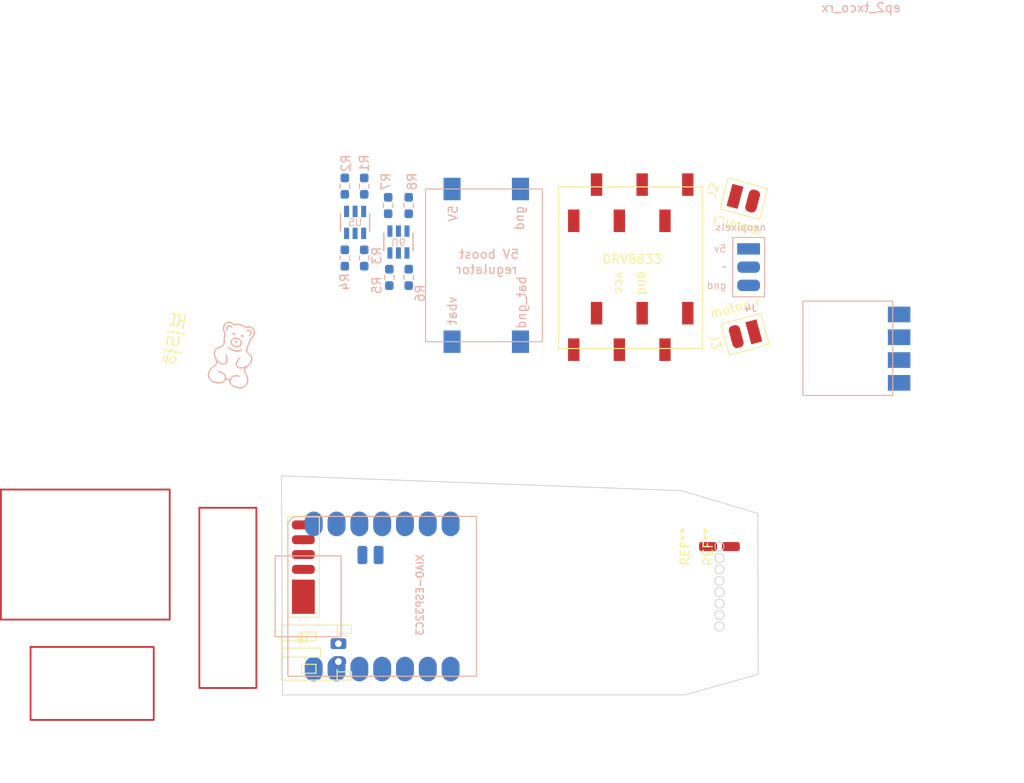
<source format=kicad_pcb>
(kicad_pcb (version 20211014) (generator pcbnew)
  (layers (0 "F.Cu" signal) (31 "B.Cu" signal) (34 "B.Paste" user) (35 "F.Paste" user) (36 "B.SilkS" user "B.Silkscreen") (37 "F.SilkS" user "F.Silkscreen") (38 "B.Mask" user) (39 "F.Mask" user) (44 "Edge.Cuts" user))
  (net 0 "")
  (net 1 "GND")
  (net 2 "motor2_out1")
  (net 3 "motor2_out2")
  (net 4 "motor1_out1")
  (net 5 "motor1_out2")
  (net 6 "+BATT")
  (net 7 "NEOPIXEL_DATA")
  (net 10 "motor2_2")
  (net 11 "motor2_1")
  (net 12 "motor1_2")
  (net 13 "motor1_1")
  (net 14 "XIAO_TX")
  (net 15 "XIAO_RX")
  (net 16 "nood1_2_sig")
  (net 17 "nood1_1_sig")
  (net 18 "nood1_2_v")
  (net 19 "nood1_1_v")
  (net 20 "nood2_2_sig")
  (net 21 "nood2_1_sig")
  (net 22 "nood2_2_v")
  (net 23 "nood2_1_v")
  (net 25 "+5V")
  (net 26 "+3V3")
  (net 27 "Net-(R1-Pad2)")
  (net 28 "Net-(R2-Pad2)")
  (net 29 "Net-(R3-Pad1)")
  (net 30 "Net-(R4-Pad1)")
  (net 31 "Net-(R5-Pad2)")
  (net 32 "Net-(R6-Pad2)")
  (net 33 "Net-(R7-Pad1)")
  (net 34 "Net-(R8-Pad1)")
  (footprint "Connector_Wire:SolderWirePad_1x01_SMD_1x2mm" (layer "F.Cu") (at 129.54 77.47 90)
    (fp_text reference "REF**" (at 0 -2.54 90) (layer "F.SilkS"))
    (fp_text value "SolderWirePad_1x01_SMD_1x2mm")
    (pad "1" smd roundrect (at 0 0 90) (size 1 2) (layers "F.Cu" "F.Paste" "F.Mask"))
  )
  (footprint "haribo_kimchi_boards:smd_solder_pads_1x05_n00ds_v2_smaller" (layer "F.Cu") (at 81.9404 87.122 180)
    (fp_text reference "J5" (at 0 -0.5 180 unlocked) (layer "F.SilkS"))
    (fp_text value "n00ds")
    (fp_rect (start -1.778 1.778) (end 1.778 12.954) (layer "F.SilkS") (width 0.12) (fill none))
    (pad "1" smd rect (at 0 4.064) (size 2.54 3.81) (layers "F.Cu" "F.Paste" "F.Mask") (net 26 "+3V3"))
    (pad "2" smd roundrect (at 0 7.112 180) (size 2.54 1) (layers "F.Cu" "F.Paste" "F.Mask") (roundrect_rratio 0.3937007874) (net 19 "nood1_1_v"))
    (pad "3" smd roundrect (at 0 8.763 180) (size 2.54 1) (layers "F.Cu" "F.Paste" "F.Mask") (roundrect_rratio 0.3937007874) (net 18 "nood1_2_v"))
    (pad "4" smd roundrect (at 0 10.414 180) (size 2.54 1) (layers "F.Cu" "F.Paste" "F.Mask") (roundrect_rratio 0.3937007874) (net 23 "nood2_1_v"))
    (pad "5" smd roundrect (at 0 12.065 180) (size 2.54 1) (layers "F.Cu" "F.Paste" "F.Mask") (roundrect_rratio 0.3937007874) (net 22 "nood2_2_v"))
  )
  (footprint "haribo_kimchi_boards:smd_solder_pads_1x02_2.54mm" (layer "F.Cu") (at 128.041386 37.94612 75)
    (fp_text reference "J2" (at 0 -0.5 75 unlocked) (layer "F.SilkS"))
    (fp_text value "motor_l" (at -3.175 3.08 165 unlocked) (layer "F.SilkS"))
    (fp_rect (start -1.778 0.762) (end 1.778 5.334) (layer "F.SilkS") (width 0.12) (fill none))
    (pad "1" smd rect (at 0 2.032 75) (size 2.54 1.27) (layers "F.Cu" "F.Paste" "F.Mask") (net 2 "motor2_out1"))
    (pad "2" smd roundrect (at 0 4.064 75) (size 2.54 1.27) (layers "F.Cu" "F.Paste" "F.Mask") (roundrect_rratio 0.3937007874) (net 3 "motor2_out2"))
  )
  (footprint "haribo_kimchi_boards:smd_solder_pads_1x02_2.54mm" (layer "F.Cu") (at 134.0612 53.0352 -75)
    (fp_text reference "J3" (at 0 6.509 -75 unlocked) (layer "F.SilkS"))
    (fp_text value "motor_r" (at -3.175 3.334 15 unlocked) (layer "F.SilkS"))
    (fp_rect (start -1.778 0.762) (end 1.778 5.334) (layer "F.SilkS") (width 0.12) (fill none))
    (pad "1" smd rect (at 0 2.032 285) (size 2.54 1.27) (layers "F.Cu" "F.Paste" "F.Mask") (net 4 "motor1_out1"))
    (pad "2" smd roundrect (at 0 4.064 285) (size 2.54 1.27) (layers "F.Cu" "F.Paste" "F.Mask") (roundrect_rratio 0.3937007874) (net 5 "motor1_out2"))
  )
  (footprint "haribo_kimchi_pcbgfx:haribo_in_korean_3.2mm" (layer "F.Cu") (at 67.662772 54.308038 80)
    (fp_text reference "haribo_korean" hide)
    (fp_text value "LOGO" hide)
    (fp_poly (pts (xy 0.139283 -0.151944) (xy -0.645762 -0.151944) (xy -0.645762 0.345835) (xy -0.370364 0.337149) (xy -0.187689 0.330133) (xy -0.024243 0.321257) (xy 0.118279 0.310638) (xy 0.238183 0.298396) (xy 0.29612 0.290683) (xy 0.340142 0.284999) (xy 0.373233 0.282267) (xy 0.388527 0.283044) (xy 0.388697 0.28318) (xy 0.392867 0.297755) (xy 0.397904 0.329582) (xy 0.401221 0.357771) (xy 0.408364 0.426982) (xy 0.289651 0.441794) (xy 0.190026 0.453597) (xy 0.096337 0.46319) (xy 0.003328 0.47091) (xy -0.094257 0.47709) (xy -0.201672 0.482068) (xy -0.324173 0.486178) (xy -0.458998 0.489577) (xy -0.823031 0.497724) (xy -0.823031 -0.303888) (xy -0.037986 -0.303888) (xy -0.037986 -0.734397) (xy -0.835693 -0.734397) (xy -0.835693 -0.886341) (xy 0.139283 -0.886341)) (layer "F.SilkS") (width 0) (fill solid))
    (fp_poly (pts (xy 0.759721 0.987637) (xy 0.582453 0.987637) (xy 0.582453 -1.076271) (xy 0.759721 -1.076271)) (layer "F.SilkS") (width 0) (fill solid))
    (fp_poly (pts (xy -1.76002 -0.430508) (xy -2.988235 -0.430508) (xy -2.988235 -0.582452) (xy -1.76002 -0.582452)) (layer "F.SilkS") (width 0) (fill solid))
    (fp_poly (pts (xy 2.662189 -0.934378) (xy 2.753988 -0.930658) (xy 2.753988 0.158275) (xy 2.446935 0.161666) (xy 2.139881 0.165057) (xy 2.139881 0.582453) (xy 2.975574 0.582453) (xy 2.975574 0.734397) (xy 1.114258 0.734397) (xy 1.114258 0.582453) (xy 1.949951 0.582453) (xy 1.949951 0.164606) (xy 1.342174 0.164606) (xy 1.342174 0.012662) (xy 1.519442 0.012662) (xy 2.570389 0.012662) (xy 2.570389 -0.405184) (xy 1.519442 -0.405184) (xy 1.519442 0.012662) (xy 1.342174 0.012662) (xy 1.342174 -0.936989) (xy 1.519442 -0.936989) (xy 1.519442 -0.557128) (xy 2.570389 -0.557128) (xy 2.570389 -0.938098)) (layer "F.SilkS") (width 0) (fill solid))
    (fp_poly (pts (xy -2.29006 -0.291827) (xy -2.18387 -0.267207) (xy -2.086496 -0.222308) (xy -2.031455 -0.183623) (xy -1.967089 -0.115507) (xy -1.922148 -0.035405) (xy -1.896633 0.052423) (xy -1.890543 0.143716) (xy -1.903879 0.234215) (xy -1.936641 0.319659) (xy -1.988828 0.395788) (xy -2.031455 0.436863) (xy -2.114324 0.491714) (xy -2.208632 0.528327) (xy -2.279238 0.543597) (xy -2.326753 0.551) (xy -2.36064 0.554451) (xy -2.391093 0.553911) (xy -2.428305 0.549343) (xy -2.469092 0.542875) (xy -2.519283 0.530671) (xy -2.576768 0.510842) (xy -2.616258 0.493708) (xy -2.700177 0.440228) (xy -2.7654 0.37319) (xy -2.811924 0.29601) (xy -2.839744 0.2121) (xy -2.84861 0.127224) (xy -2.671984 0.127224) (xy -2.660913 0.197336) (xy -2.630532 0.26337) (xy -2.581791 0.321727) (xy -2.515645 0.368804) (xy -2.456512 0.394113) (xy -2.410609 0.401322) (xy -2.351709 0.400104) (xy -2.290285 0.391547) (xy -2.23681 0.376739) (xy -2.220612 0.369627) (xy -2.153991 0.322893) (xy -2.105904 0.26272) (xy -2.077245 0.193459) (xy -2.068907 0.119463) (xy -2.081786 0.045085) (xy -2.116777 -0.025324) (xy -2.134678 -0.048535) (xy -2.19288 -0.098101) (xy -2.264229 -0.130293) (xy -2.343181 -0.144825) (xy -2.424192 -0.141409) (xy -2.501719 -0.119758) (xy -2.570217 -0.079586) (xy -2.579793 -0.071575) (xy -2.632377 -0.010832) (xy -2.662789 0.056635) (xy -2.671984 0.127224) (xy -2.84861 0.127224) (xy -2.848855 0.124876) (xy -2.839253 0.03775) (xy -2.810933 -0.045862) (xy -2.763892 -0.122548) (xy -2.698124 -0.188893) (xy -2.617205 -0.239763) (xy -2.51116 -0.27853) (xy -2.400635 -0.295743)) (layer "F.SilkS") (width 0) (fill solid))
    (fp_poly (pts (xy -1.380159 -0.202592) (xy -1.050947 -0.202592) (xy -1.050947 -0.050648) (xy -1.380159 -0.050648) (xy -1.380159 0.987637) (xy -1.570089 0.987637) (xy -1.570089 -1.076271) (xy -1.380159 -1.076271)) (layer "F.SilkS") (width 0) (fill solid))
    (fp_poly (pts (xy -2.063908 -0.785045) (xy -2.671685 -0.785045) (xy -2.671685 -0.936989) (xy -2.063908 -0.936989)) (layer "F.SilkS") (width 0) (fill solid))
  )
  (footprint "Connector_JST:JST_PH_S2B-PH-K_1x02_P2.00mm_Horizontal" (layer "F.Cu") (at 85.8382 88.281 -90)
    (fp_text reference "J1" hide)
    (fp_text value "Conn_01x02_Female" hide)
    (fp_line (start 4.06 0.14) (end 3.14 0.14) (layer "F.SilkS") (width 0.12))
    (fp_line (start -2.06 0.14) (end -1.14 0.14) (layer "F.SilkS") (width 0.12))
    (fp_line (start -2.06 6.36) (end 4.06 6.36) (layer "F.SilkS") (width 0.12))
    (fp_line (start 3.3 2.5) (end 3.3 4.1) (layer "F.SilkS") (width 0.12))
    (fp_line (start 3.14 -1.46) (end 3.14 0.14) (layer "F.SilkS") (width 0.12))
    (fp_line (start -0.86 0.14) (end -0.86 -1.075) (layer "F.SilkS") (width 0.12))
    (fp_line (start -0.86 0.14) (end -1.14 0.14) (layer "F.SilkS") (width 0.12))
    (fp_line (start -1.14 0.14) (end -1.14 -1.46) (layer "F.SilkS") (width 0.12))
    (fp_line (start 2.3 4.1) (end 2.3 2.5) (layer "F.SilkS") (width 0.12))
    (fp_line (start -0.8 4.1) (end -0.8 6.36) (layer "F.SilkS") (width 0.12))
    (fp_line (start -0.3 2.5) (end -1.3 2.5) (layer "F.SilkS") (width 0.12))
    (fp_line (start 4.06 6.36) (end 4.06 -1.46) (layer "F.SilkS") (width 0.12))
    (fp_line (start 3.3 4.1) (end 2.3 4.1) (layer "F.SilkS") (width 0.12))
    (fp_line (start -1.3 4.1) (end -0.3 4.1) (layer "F.SilkS") (width 0.12))
    (fp_line (start 0.5 6.36) (end 0.5 2) (layer "F.SilkS") (width 0.12))
    (fp_line (start -1.14 -1.46) (end -2.06 -1.46) (layer "F.SilkS") (width 0.12))
    (fp_line (start -0.3 4.1) (end -0.3 6.36) (layer "F.SilkS") (width 0.12))
    (fp_line (start 0.5 2) (end 1.5 2) (layer "F.SilkS") (width 0.12))
    (fp_line (start -0.3 4.1) (end -0.3 2.5) (layer "F.SilkS") (width 0.12))
    (fp_line (start -1.3 2.5) (end -1.3 4.1) (layer "F.SilkS") (width 0.12))
    (fp_line (start -2.06 -1.46) (end -2.06 6.36) (layer "F.SilkS") (width 0.12))
    (fp_line (start 3.14 0.14) (end 2.86 0.14) (layer "F.SilkS") (width 0.12))
    (fp_line (start 4.06 -1.46) (end 3.14 -1.46) (layer "F.SilkS") (width 0.12))
    (fp_line (start 1.5 2) (end 1.5 6.36) (layer "F.SilkS") (width 0.12))
    (fp_line (start 2.3 2.5) (end 3.3 2.5) (layer "F.SilkS") (width 0.12))
    (pad "1" thru_hole roundrect (at 0 0 270) (size 1.2 1.75) (drill 0.75) (layers *.Cu *.Mask) (roundrect_rratio 0.2083333333) (net 6 "+BATT"))
    (pad "2" thru_hole oval (at 2 0 270) (size 1.2 1.75) (drill 0.75) (layers *.Cu *.Mask) (net 1 "GND"))
  )
  (footprint "haribo_kimchi_boards:drv8833_breakout" (layer "F.Cu") (at 132.3651 47.418 -90)
    (fp_text reference "U2" hide)
    (fp_text value "DRV8833" (at -1.952 13.8045 unlocked) (layer "F.SilkS"))
    (fp_text user "vcc" (at 0.715 15.2015 -90 unlocked) (layer "F.SilkS"))
    (fp_text user "gnd" (at 0.715 12.6615 -90 unlocked) (layer "F.SilkS"))
    (fp_rect (start 8 22) (end -10 6) (layer "F.SilkS") (width 0.12) (fill none))
    (pad "1" smd rect (at -10.254 7.62 270) (size 2.51 1.27) (layers "F.Cu" "F.Paste" "F.Mask"))
    (pad "2" smd rect (at -6.223 10.16 270) (size 2.51 1.27) (layers "F.Cu" "F.Paste" "F.Mask") (net 4 "motor1_out1"))
    (pad "3" smd rect (at -10.254 12.7 270) (size 2.51 1.27) (layers "F.Cu" "F.Paste" "F.Mask") (net 5 "motor1_out2"))
    (pad "4" smd rect (at -6.223 15.24 270) (size 2.51 1.27) (layers "F.Cu" "F.Paste" "F.Mask") (net 2 "motor2_out1"))
    (pad "5" smd rect (at -10.254 17.78 270) (size 2.51 1.27) (layers "F.Cu" "F.Paste" "F.Mask") (net 3 "motor2_out2"))
    (pad "6" smd rect (at -6.223 20.32 270) (size 2.51 1.27) (layers "F.Cu" "F.Paste" "F.Mask"))
    (pad "7" smd rect (at 8.128 20.32 270) (size 2.51 1.27) (layers "F.Cu" "F.Paste" "F.Mask") (net 13 "motor1_1"))
    (pad "8" smd rect (at 4.064 17.78 270) (size 2.51 1.27) (layers "F.Cu" "F.Paste" "F.Mask") (net 12 "motor1_2"))
    (pad "9" smd rect (at 8.128 15.24 270) (size 2.51 1.27) (layers "F.Cu" "F.Paste" "F.Mask") (net 25 "+5V"))
    (pad "10" smd rect (at 4.064 12.7 270) (size 2.51 1.27) (layers "F.Cu" "F.Paste" "F.Mask") (net 1 "GND"))
    (pad "11" smd rect (at 8.128 10.16 270) (size 2.51 1.27) (layers "F.Cu" "F.Paste" "F.Mask") (net 11 "motor2_1"))
    (pad "12" smd rect (at 4.064 7.62 270) (size 2.51 1.27) (layers "F.Cu" "F.Paste" "F.Mask") (net 10 "motor2_2"))
  )
  (footprint "Connector_Wire:SolderWirePad_1x01_SMD_1x2mm" (layer "F.Cu") (at 127 77.47 90)
    (fp_text reference "REF**" (at 0 -2.54 90) (layer "F.SilkS"))
    (fp_text value "SolderWirePad_1x01_SMD_1x2mm")
    (pad "1" smd roundrect (at 0 0 90) (size 1 2) (layers "F.Cu" "F.Paste" "F.Mask"))
  )
  (footprint "haribo_kimchi_extra_footprints:SSOT6_3X1P7_ONS" (layer "B.Cu") (at 92.5256 43.561 90)
    (fp_text reference "U6" (at 0 0 180 unlocked) (layer "B.SilkS") (effects (font (size 0.8 0.8) (thickness 0.1)) (justify mirror)))
    (fp_text value "FMBM5551" hide)
    (fp_line (start -0.9779 -1.6256) (end 0.9779 -1.6256) (layer "B.SilkS") (width 0.1524))
    (fp_line (start 0.9779 1.6256) (end -0.9779 1.6256) (layer "B.SilkS") (width 0.1524))
    (pad "1" smd rect (at -1.2192 0.950001 90) (size 1.27 0.5588) (layers "B.Cu" "B.Paste" "B.Mask") (net 32 "Net-(R6-Pad2)"))
    (pad "2" smd rect (at -1.2192 0 90) (size 1.27 0.5588) (layers "B.Cu" "B.Paste" "B.Mask") (net 1 "GND"))
    (pad "3" smd rect (at -1.2192 -0.950001 90) (size 1.27 0.5588) (layers "B.Cu" "B.Paste" "B.Mask") (net 31 "Net-(R5-Pad2)"))
    (pad "4" smd rect (at 1.2192 -0.950001 90) (size 1.27 0.5588) (layers "B.Cu" "B.Paste" "B.Mask") (net 33 "Net-(R7-Pad1)"))
    (pad "5" smd rect (at 1.2192 0 90) (size 1.27 0.5588) (layers "B.Cu" "B.Paste" "B.Mask") (net 1 "GND"))
    (pad "6" smd rect (at 1.2192 0.950001 90) (size 1.27 0.5588) (layers "B.Cu" "B.Paste" "B.Mask") (net 34 "Net-(R8-Pad1)"))
  )
  (footprint "haribo_kimchi_boards:smd_solder_pads_1x03_2.54mm" (layer "B.Cu") (at 132.2846 48.387 180)
    (fp_text reference "J4" (at 0.516 -2.54 unlocked) (layer "B.SilkS") (effects (font (size 0.8 0.8)) (justify mirror)))
    (fp_text value "neopixels" (at 1.659 6.477 unlocked) (layer "B.SilkS") (effects (font (size 0.8 0.8) (thickness 0.1)) (justify mirror)))
    (fp_text user "5v" (at 3.945 4.064 unlocked) (layer "B.SilkS") (effects (font (size 0.8 0.8) (thickness 0.1)) (justify mirror)))
    (fp_text user "~" (at 3.437 2.032 180 unlocked) (layer "B.SilkS") (effects (font (size 0.8 0.8) (thickness 0.1)) (justify mirror)))
    (fp_text user "gnd" (at 4.326 0 unlocked) (layer "B.SilkS") (effects (font (size 0.8 0.8) (thickness 0.1)) (justify mirror)))
    (fp_rect (start -1.008 5.334) (end 2.548 -1.27) (layer "B.SilkS") (width 0.12) (fill none))
    (pad "1" smd rect (at 0.77 4.064 180) (size 2.54 1.27) (layers "B.Cu" "B.Paste" "B.Mask") (net 25 "+5V"))
    (pad "2" smd roundrect (at 0.77 2.032 180) (size 2.54 1.27) (layers "B.Cu" "B.Paste" "B.Mask") (roundrect_rratio 0.3937007874) (net 7 "NEOPIXEL_DATA"))
    (pad "3" smd roundrect (at 0.77 0 180) (size 2.54 1.27) (layers "B.Cu" "B.Paste" "B.Mask") (roundrect_rratio 0.3937007874) (net 1 "GND"))
  )
  (footprint "Resistor_SMD:R_0603_1608Metric_Pad0.98x0.95mm_HandSolder" (layer "B.Cu") (at 86.5566 45.339 -90)
    (fp_text reference "R4" (at 2.667 0 90) (layer "B.SilkS") (effects (justify mirror)))
    (fp_text value "100" hide)
    (fp_line (start -0.254724 0.5225) (end 0.254724 0.5225) (layer "B.SilkS") (width 0.12))
    (fp_line (start -0.254724 -0.5225) (end 0.254724 -0.5225) (layer "B.SilkS") (width 0.12))
    (pad "1" smd roundrect (at -0.9125 0 270) (size 0.975 0.95) (layers "B.Cu" "B.Paste" "B.Mask") (net 30 "Net-(R4-Pad1)"))
    (pad "2" smd roundrect (at 0.9125 0 270) (size 0.975 0.95) (layers "B.Cu" "B.Paste" "B.Mask") (net 19 "nood1_1_v"))
  )
  (footprint "xiao esp32c3:MOUDLE14P-SMD-2.54-21X17.8MM" (layer "B.Cu") (at 101.21305 74.1118 -90)
    (fp_text reference "U1" hide)
    (fp_text value "XIAO-ESP32C3" (at 8.743 6.29325 90) (layer "B.SilkS") (effects (font (size 0.8 0.8)) (justify mirror)))
    (fp_line (start 17.8 21) (end 0.671541 21) (layer "B.SilkS") (width 0.127))
    (fp_line (start 4.396 15.072) (end 4.396 22.425) (layer "B.SilkS") (width 0.127))
    (fp_line (start 0.671541 21) (end 0 20.3285) (layer "B.SilkS") (width 0.127))
    (fp_line (start 13.395 15.072) (end 4.396 15.072) (layer "B.SilkS") (width 0.127))
    (fp_line (start 0 0) (end 17.8 0) (layer "B.SilkS") (width 0.127))
    (fp_line (start 0 20.3285) (end 0 0) (layer "B.SilkS") (width 0.127))
    (fp_line (start 13.395 22.424) (end 13.395 15.072) (layer "B.SilkS") (width 0.127))
    (fp_line (start 17.8 0) (end 17.8 21) (layer "B.SilkS") (width 0.127))
    (fp_line (start 4.4 22.424) (end 13.395 22.424) (layer "B.SilkS") (width 0.127))
    (pad "1" smd roundrect (at 0.835 18.12 270) (size 2.75 2) (layers "B.Cu" "B.Paste" "B.Mask") (roundrect_rratio 0.5) (net 16 "nood1_2_sig"))
    (pad "2" smd roundrect (at 0.835 15.58 270) (size 2.75 2) (layers "B.Cu" "B.Paste" "B.Mask") (roundrect_rratio 0.5) (net 17 "nood1_1_sig"))
    (pad "3" smd roundrect (at 0.835 13.04 270) (size 2.75 2) (layers "B.Cu" "B.Paste" "B.Mask") (roundrect_rratio 0.5) (net 10 "motor2_2"))
    (pad "4" smd roundrect (at 0.835 10.5 270) (size 2.75 2) (layers "B.Cu" "B.Paste" "B.Mask") (roundrect_rratio 0.5) (net 11 "motor2_1"))
    (pad "5" smd roundrect (at 0.835 7.96 270) (size 2.75 2) (layers "B.Cu" "B.Paste" "B.Mask") (roundrect_rratio 0.5) (net 12 "motor1_2"))
    (pad "6" smd roundrect (at 0.835 5.42 270) (size 2.75 2) (layers "B.Cu" "B.Paste" "B.Mask") (roundrect_rratio 0.5) (net 13 "motor1_1"))
    (pad "7" smd roundrect (at 0.835 2.88 270) (size 2.75 2) (layers "B.Cu" "B.Paste" "B.Mask") (roundrect_rratio 0.5) (net 14 "XIAO_TX"))
    (pad "8" smd roundrect (at 17 2.88 270) (size 2.75 2) (layers "B.Cu" "B.Paste" "B.Mask") (roundrect_rratio 0.5) (net 15 "XIAO_RX"))
    (pad "9" smd roundrect (at 17 5.42 270) (size 2.75 2) (layers "B.Cu" "B.Paste" "B.Mask") (roundrect_rratio 0.5) (net 21 "nood2_1_sig"))
    (pad "10" smd roundrect (at 17 7.96 270) (size 2.75 2) (layers "B.Cu" "B.Paste" "B.Mask") (roundrect_rratio 0.5) (net 7 "NEOPIXEL_DATA"))
    (pad "11" smd roundrect (at 17 10.5 270) (size 2.75 2) (layers "B.Cu" "B.Paste" "B.Mask") (roundrect_rratio 0.5) (net 20 "nood2_2_sig"))
    (pad "12" smd roundrect (at 17 13.04 270) (size 2.75 2) (layers "B.Cu" "B.Paste" "B.Mask") (roundrect_rratio 0.5) (net 26 "+3V3"))
    (pad "13" smd roundrect (at 17 15.58 270) (size 2.75 2) (layers "B.Cu" "B.Paste" "B.Mask") (roundrect_rratio 0.5) (net 1 "GND"))
    (pad "14" smd roundrect (at 17 18.12 270) (size 2.75 2) (layers "B.Cu" "B.Paste" "B.Mask") (roundrect_rratio 0.5))
    (pad "15" smd roundrect (at 4.3 10.9 270) (size 2.032 1.1016) (layers "B.Cu" "B.Paste" "B.Mask") (roundrect_rratio 0.230573711) (net 6 "+BATT"))
    (pad "16" smd roundrect (at 4.3 12.7 270) (size 2.032 1.1016) (layers "B.Cu" "B.Paste" "B.Mask") (roundrect_rratio 0.230573711) (net 1 "GND"))
  )
  (footprint "Resistor_SMD:R_0603_1608Metric_Pad0.98x0.95mm_HandSolder" (layer "B.Cu") (at 88.7156 45.339 -90)
    (fp_text reference "R3" (at -0.254 -1.397 90) (layer "B.SilkS") (effects (justify mirror)))
    (fp_text value "100" hide)
    (fp_line (start -0.254724 -0.5225) (end 0.254724 -0.5225) (layer "B.SilkS") (width 0.12))
    (fp_line (start -0.254724 0.5225) (end 0.254724 0.5225) (layer "B.SilkS") (width 0.12))
    (pad "1" smd roundrect (at -0.9125 0 270) (size 0.975 0.95) (layers "B.Cu" "B.Paste" "B.Mask") (net 29 "Net-(R3-Pad1)"))
    (pad "2" smd roundrect (at 0.9125 0 270) (size 0.975 0.95) (layers "B.Cu" "B.Paste" "B.Mask") (net 18 "nood1_2_v"))
  )
  (footprint "Resistor_SMD:R_0603_1608Metric_Pad0.98x0.95mm_HandSolder" (layer "B.Cu") (at 93.6686 39.497 90)
    (fp_text reference "R8" (at 2.667 0.381 270) (layer "B.SilkS") (effects (justify mirror)))
    (fp_text value "100" hide)
    (fp_line (start -0.254724 0.5225) (end 0.254724 0.5225) (layer "B.SilkS") (width 0.12))
    (fp_line (start -0.254724 -0.5225) (end 0.254724 -0.5225) (layer "B.SilkS") (width 0.12))
    (pad "1" smd roundrect (at -0.9125 0 90) (size 0.975 0.95) (layers "B.Cu" "B.Paste" "B.Mask") (net 34 "Net-(R8-Pad1)"))
    (pad "2" smd roundrect (at 0.9125 0 90) (size 0.975 0.95) (layers "B.Cu" "B.Paste" "B.Mask") (net 23 "nood2_1_v"))
  )
  (footprint "Resistor_SMD:R_0603_1608Metric_Pad0.98x0.95mm_HandSolder" (layer "B.Cu") (at 91.3826 39.497 90)
    (fp_text reference "R7" (at 2.667 -0.254 270) (layer "B.SilkS") (effects (justify mirror)))
    (fp_text value "100" hide)
    (fp_line (start -0.254724 0.5225) (end 0.254724 0.5225) (layer "B.SilkS") (width 0.12))
    (fp_line (start -0.254724 -0.5225) (end 0.254724 -0.5225) (layer "B.SilkS") (width 0.12))
    (pad "1" smd roundrect (at -0.9125 0 90) (size 0.975 0.95) (layers "B.Cu" "B.Paste" "B.Mask") (net 33 "Net-(R7-Pad1)"))
    (pad "2" smd roundrect (at 0.9125 0 90) (size 0.975 0.95) (layers "B.Cu" "B.Paste" "B.Mask") (net 22 "nood2_2_v"))
  )
  (footprint "haribo_kimchi_extra_footprints:SSOT6_3X1P7_ONS" (layer "B.Cu") (at 87.6996 41.376 -90)
    (fp_text reference "U5" (at 0 0 unlocked) (layer "B.SilkS") (effects (font (size 0.8 0.8) (thickness 0.1)) (justify mirror)))
    (fp_text value "FMBM5551" hide)
    (fp_line (start -0.9779 -1.6256) (end 0.9779 -1.6256) (layer "B.SilkS") (width 0.1524))
    (fp_line (start 0.9779 1.6256) (end -0.9779 1.6256) (layer "B.SilkS") (width 0.1524))
    (pad "1" smd rect (at -1.2192 0.950001 270) (size 1.27 0.5588) (layers "B.Cu" "B.Paste" "B.Mask") (net 28 "Net-(R2-Pad2)"))
    (pad "2" smd rect (at -1.2192 0 270) (size 1.27 0.5588) (layers "B.Cu" "B.Paste" "B.Mask") (net 1 "GND"))
    (pad "3" smd rect (at -1.2192 -0.950001 270) (size 1.27 0.5588) (layers "B.Cu" "B.Paste" "B.Mask") (net 27 "Net-(R1-Pad2)"))
    (pad "4" smd rect (at 1.2192 -0.950001 270) (size 1.27 0.5588) (layers "B.Cu" "B.Paste" "B.Mask") (net 29 "Net-(R3-Pad1)"))
    (pad "5" smd rect (at 1.2192 0 270) (size 1.27 0.5588) (layers "B.Cu" "B.Paste" "B.Mask") (net 1 "GND"))
    (pad "6" smd rect (at 1.2192 0.950001 270) (size 1.27 0.5588) (layers "B.Cu" "B.Paste" "B.Mask") (net 30 "Net-(R4-Pad1)"))
  )
  (footprint "Resistor_SMD:R_0603_1608Metric_Pad0.98x0.95mm_HandSolder" (layer "B.Cu") (at 93.6686 47.498 90)
    (fp_text reference "R6" (at -1.778 1.27 270) (layer "B.SilkS") (effects (justify mirror)))
    (fp_text value "220")
    (fp_line (start -0.254724 0.5225) (end 0.254724 0.5225) (layer "B.SilkS") (width 0.12))
    (fp_line (start -0.254724 -0.5225) (end 0.254724 -0.5225) (layer "B.SilkS") (width 0.12))
    (pad "1" smd roundrect (at -0.9125 0 90) (size 0.975 0.95) (layers "B.Cu" "B.Paste" "B.Mask") (net 21 "nood2_1_sig"))
    (pad "2" smd roundrect (at 0.9125 0 90) (size 0.975 0.95) (layers "B.Cu" "B.Paste" "B.Mask") (net 32 "Net-(R6-Pad2)"))
  )
  (footprint "Resistor_SMD:R_0603_1608Metric_Pad0.98x0.95mm_HandSolder" (layer "B.Cu") (at 86.5566 37.338 -90)
    (fp_text reference "R2" (at -2.54 -0.127 90) (layer "B.SilkS") (effects (justify mirror)))
    (fp_text value "220" hide)
    (fp_line (start -0.254724 0.5225) (end 0.254724 0.5225) (layer "B.SilkS") (width 0.12))
    (fp_line (start -0.254724 -0.5225) (end 0.254724 -0.5225) (layer "B.SilkS") (width 0.12))
    (pad "1" smd roundrect (at -0.9125 0 270) (size 0.975 0.95) (layers "B.Cu" "B.Paste" "B.Mask") (net 17 "nood1_1_sig"))
    (pad "2" smd roundrect (at 0.9125 0 270) (size 0.975 0.95) (layers "B.Cu" "B.Paste" "B.Mask") (net 28 "Net-(R2-Pad2)"))
  )
  (footprint "haribo_kimchi_boards:5v_0.6a_boost_converter" (layer "B.Cu") (at 109.6706 45.847 90)
    (fp_text reference "U4" hide)
    (fp_text value "5v_0.6a_boost_converter" hide)
    (fp_text user "5V boost" (at 0.9265 -7.056 unlocked) (layer "B.SilkS") (effects (justify mirror)))
    (fp_text user "regulator" (at -0.762 -7.302 unlocked) (layer "B.SilkS") (effects (justify mirror)))
    (fp_text user "gnd" (at 4.953 -3.683 90 unlocked) (layer "B.SilkS") (effects (justify mirror)))
    (fp_text user "5V" (at 5.461 -11.049 90 unlocked) (layer "B.SilkS") (effects (justify mirror)))
    (fp_text user "vbat" (at -5.334 -11.176 90 unlocked) (layer "B.SilkS") (effects (justify mirror)))
    (fp_text user "bat_gnd" (at -4.445 -3.429 90 unlocked) (layer "B.SilkS") (effects (justify mirror)))
    (fp_rect (start -8.81 -1.128) (end 8.19 -14.128) (layer "B.SilkS") (width 0.12) (fill none))
    (pad "1" smd rect (at -8.81 -3.556 90) (size 2.5 1.905) (layers "B.Cu" "B.Paste" "B.Mask") (net 1 "GND"))
    (pad "2" smd rect (at -8.81 -11.176 90) (size 2.5 1.905) (layers "B.Cu" "B.Paste" "B.Mask") (net 6 "+BATT"))
    (pad "3" smd rect (at 8.19 -11.176 90) (size 2.5 1.905) (layers "B.Cu" "B.Paste" "B.Mask") (net 25 "+5V"))
    (pad "4" smd rect (at 8.19 -3.556 90) (size 2.5 1.905) (layers "B.Cu" "B.Paste" "B.Mask") (net 1 "GND"))
  )
  (footprint "Resistor_SMD:R_0603_1608Metric_Pad0.98x0.95mm_HandSolder" (layer "B.Cu") (at 88.7156 37.338 -90)
    (fp_text reference "R1" (at -2.54 0 90) (layer "B.SilkS") (effects (justify mirror)))
    (fp_text value "220" hide)
    (fp_line (start -0.254724 -0.5225) (end 0.254724 -0.5225) (layer "B.SilkS") (width 0.12))
    (fp_line (start -0.254724 0.5225) (end 0.254724 0.5225) (layer "B.SilkS") (width 0.12))
    (pad "1" smd roundrect (at -0.9125 0 270) (size 0.975 0.95) (layers "B.Cu" "B.Paste" "B.Mask") (net 16 "nood1_2_sig"))
    (pad "2" smd roundrect (at 0.9125 0 270) (size 0.975 0.95) (layers "B.Cu" "B.Paste" "B.Mask") (net 27 "Net-(R1-Pad2)"))
  )
  (footprint "Resistor_SMD:R_0603_1608Metric_Pad0.98x0.95mm_HandSolder" (layer "B.Cu") (at 91.5096 47.498 90)
    (fp_text reference "R5" (at -0.889 -1.397 270) (layer "B.SilkS") (effects (justify mirror)))
    (fp_text value "220" hide)
    (fp_line (start -0.254724 -0.5225) (end 0.254724 -0.5225) (layer "B.SilkS") (width 0.12))
    (fp_line (start -0.254724 0.5225) (end 0.254724 0.5225) (layer "B.SilkS") (width 0.12))
    (pad "1" smd roundrect (at -0.9125 0 90) (size 0.975 0.95) (layers "B.Cu" "B.Paste" "B.Mask") (net 20 "nood2_2_sig"))
    (pad "2" smd roundrect (at 0.9125 0 90) (size 0.975 0.95) (layers "B.Cu" "B.Paste" "B.Mask") (net 31 "Net-(R5-Pad2)"))
  )
  (footprint "haribo_kimchi_pcbgfx:haribo_outline_bw_8mm" (layer "B.Cu") (at 74.1426 56.0832 167)
    (fp_text reference "logo_haribo_bear" hide)
    (fp_text value "LOGO" hide)
    (fp_poly (pts (xy -0.43416 2.39844) (xy -0.388174 2.365322) (xy -0.347627 2.30124) (xy -0.341306 2.232898) (xy -0.366063 2.170028) (xy -0.418751 2.122363) (xy -0.473081 2.102753) (xy -0.51955 2.099632) (xy -0.558287 2.116218) (xy -0.600121 2.153375) (xy -0.640034 2.199241) (xy -0.654333 2.238011) (xy -0.650742 2.280415) (xy -0.620335 2.351516) (xy -0.567614 2.396986) (xy -0.502312 2.413676)) (layer "B.SilkS") (width 0) (fill solid))
    (fp_poly (pts (xy 0.790902 0.741878) (xy 0.797131 0.738783) (xy 0.831747 0.704996) (xy 0.831373 0.662408) (xy 0.799207 0.613802) (xy 0.738447 0.561956) (xy 0.65229 0.509654) (xy 0.543935 0.459675) (xy 0.428987 0.418636) (xy 0.330233 0.395847) (xy 0.20484 0.3788) (xy 0.065752 0.368193) (xy -0.074085 0.364722) (xy -0.201727 0.369083) (xy -0.292861 0.379804) (xy -0.405175 0.406734) (xy -0.522545 0.446415) (xy -0.635249 0.494452) (xy -0.733562 0.54645) (xy -0.80776 0.598014) (xy -0.834973 0.624844) (xy -0.850925 0.670144) (xy -0.838693 0.717316) (xy -0.805484 0.746472) (xy -0.772686 0.742634) (xy -0.717948 0.719926) (xy -0.659028 0.687121) (xy -0.515774 0.61231) (xy -0.363906 0.561807) (xy -0.192691 0.532592) (xy -0.079811 0.52419) (xy 0.143237 0.527178) (xy 0.341719 0.558764) (xy 0.519896 0.619955) (xy 0.66455 0.699932) (xy 0.722035 0.734794) (xy 0.760299 0.747646)) (layer "B.SilkS") (width 0) (fill solid))
    (fp_poly (pts (xy 0.098165 1.904293) (xy 0.167792 1.899946) (xy 0.220229 1.890357) (xy 0.266822 1.873569) (xy 0.311413 1.851594) (xy 0.421648 1.785712) (xy 0.502208 1.716996) (xy 0.56282 1.636281) (xy 0.587058 1.591844) (xy 0.630994 1.463324) (xy 0.637878 1.335014) (xy 0.61032 1.211505) (xy 0.550933 1.097391) (xy 0.462327 0.997265) (xy 0.347115 0.915721) (xy 0.207908 0.857352) (xy 0.162565 0.845213) (xy 0.043589 0.824087) (xy -0.061404 0.823363) (xy -0.17286 0.84327) (xy -0.19559 0.84917) (xy -0.350515 0.907215) (xy -0.475501 0.990533) (xy -0.572679 1.100649) (xy -0.593862 1.134211) (xy -0.625094 1.195071) (xy -0.641784 1.253593) (xy -0.648001 1.327109) (xy -0.648468 1.366771) (xy -0.648427 1.36711) (xy -0.497567 1.36711) (xy -0.480556 1.27728) (xy -0.438211 1.193459) (xy -0.374002 1.118999) (xy -0.2914 1.057252) (xy -0.193874 1.011571) (xy -0.084895 0.985307) (xy 0.032068 0.981814) (xy 0.153545 1.004442) (xy 0.253551 1.044568) (xy 0.356494 1.114563) (xy 0.429589 1.201491) (xy 0.471399 1.299221) (xy 0.480491 1.401622) (xy 0.455427 1.502566) (xy 0.394773 1.595921) (xy 0.385078 1.606278) (xy 0.278782 1.691383) (xy 0.157309 1.74141) (xy 0.015807 1.75833) (xy 0.010757 1.758346) (xy -0.126604 1.748535) (xy -0.238685 1.716958) (xy -0.335537 1.660398) (xy -0.361899 1.639131) (xy -0.441709 1.551388) (xy -0.485775 1.459597) (xy -0.497567 1.36711) (xy -0.648427 1.36711) (xy -0.631169 1.510164) (xy -0.579068 1.634465) (xy -0.491858 1.740127) (xy -0.369234 1.827604) (xy -0.319246 1.853366) (xy -0.263552 1.877608) (xy -0.211992 1.892985) (xy -0.152685 1.901431) (xy -0.07375 1.904881) (xy 0 1.905359)) (layer "B.SilkS") (width 0) (fill solid))
    (fp_poly (pts (xy -1.003987 3.071501) (xy -0.92838 3.047139) (xy -0.865397 3.011493) (xy -0.820213 2.969288) (xy -0.798006 2.925252) (xy -0.803952 2.884109) (xy -0.838547 2.852978) (xy -0.87627 2.84288) (xy -0.917645 2.859149) (xy -0.933323 2.869611) (xy -1.012489 2.913771) (xy -1.084665 2.925649) (xy -1.147291 2.913118) (xy -1.227723 2.868902) (xy -1.277496 2.802919) (xy -1.29483 2.720942) (xy -1.277946 2.628745) (xy -1.252042 2.573331) (xy -1.224868 2.517999) (xy -1.220408 2.481011) (xy -1.22924 2.459637) (xy -1.268948 2.423287) (xy -1.316334 2.425364) (xy -1.357317 2.454725) (xy -1.41586 2.538887) (xy -1.448892 2.641372) (xy -1.45421 2.748862) (xy -1.429607 2.848045) (xy -1.424296 2.859239) (xy -1.353074 2.965832) (xy -1.264242 3.036959) (xy -1.156017 3.073787) (xy -1.08704 3.079853)) (layer "B.SilkS") (width 0) (fill solid))
    (fp_poly (pts (xy 0.538783 2.399147) (xy 0.593523 2.361067) (xy 0.630289 2.311109) (xy 0.638492 2.276473) (xy 0.622971 2.204087) (xy 0.582647 2.143546) (xy 0.545565 2.117204) (xy 0.488426 2.098397) (xy 0.438354 2.10472) (xy 0.406322 2.118388) (xy 0.359741 2.159838) (xy 0.327816 2.223482) (xy 0.319246 2.276473) (xy 0.336792 2.328204) (xy 0.380895 2.375469) (xy 0.438754 2.407214) (xy 0.478869 2.414297)) (layer "B.SilkS") (width 0) (fill solid))
    (fp_poly (pts (xy 1.256747 3.471722) (xy 1.417156 3.418721) (xy 1.428864 3.413216) (xy 1.562961 3.329183) (xy 1.670021 3.217605) (xy 1.749821 3.082718) (xy 1.774997 3.025167) (xy 1.791223 2.974451) (xy 1.800386 2.918987) (xy 1.804372 2.847195) (xy 1.805068 2.74749) (xy 1.805056 2.743519) (xy 1.803862 2.643158) (xy 1.799615 2.570812) (xy 1.790222 2.514603) (xy 1.773593 2.462652) (xy 1.747633 2.403079) (xy 1.743552 2.394344) (xy 1.6964 2.309933) (xy 1.636546 2.224109) (xy 1.589596 2.169109) (xy 1.496465 2.073567) (xy 1.496203 1.849863) (xy 1.488563 1.672361) (xy 1.464849 1.491127) (xy 1.423237 1.294526) (xy 1.388597 1.163194) (xy 1.371892 1.081521) (xy 1.370479 0.99858) (xy 1.378201 0.9276) (xy 1.397745 0.825646) (xy 1.427816 0.743114) (xy 1.473961 0.67334) (xy 1.541726 0.609659) (xy 1.636656 0.545406) (xy 1.748903 0.482116) (xy 1.867146 0.415138) (xy 1.955593 0.354811) (xy 2.021955 0.294158) (xy 2.073943 0.226205) (xy 2.116575 0.14948) (xy 2.151345 0.072179) (xy 2.170891 0.005727) (xy 2.179511 -0.068708) (xy 2.181333 -0.134138) (xy 2.178474 -0.228091) (xy 2.169509 -0.323886) (xy 2.156729 -0.399057) (xy 2.1205 -0.515104) (xy 2.06754 -0.639538) (xy 2.005038 -0.757653) (xy 1.940185 -0.854739) (xy 1.924694 -0.873713) (xy 1.848894 -0.975373) (xy 1.782957 -1.089271) (xy 1.730314 -1.20673) (xy 1.694392 -1.319069) (xy 1.678621 -1.41761) (xy 1.683602 -1.483969) (xy 1.701185 -1.516262) (xy 1.740674 -1.57036) (xy 1.796494 -1.639133) (xy 1.86307 -1.715451) (xy 1.873964 -1.727465) (xy 1.998895 -1.870753) (xy 2.09521 -1.997891) (xy 2.166251 -2.116629) (xy 2.215358 -2.23472) (xy 2.245874 -2.359913) (xy 2.261138 -2.49996) (xy 2.264619 -2.633778) (xy 2.263598 -2.745263) (xy 2.259687 -2.827257) (xy 2.251565 -2.890141) (xy 2.23791 -2.944301) (xy 2.218276 -2.99796) (xy 2.133802 -3.155067) (xy 2.016993 -3.29176) (xy 1.871529 -3.404806) (xy 1.701093 -3.490973) (xy 1.626987 -3.517116) (xy 1.551 -3.537956) (xy 1.475435 -3.551157) (xy 1.387783 -3.558142) (xy 1.275535 -3.560331) (xy 1.247054 -3.560313) (xy 1.008885 -3.547693) (xy 0.798912 -3.511762) (xy 0.618227 -3.453066) (xy 0.467921 -3.372154) (xy 0.349083 -3.269572) (xy 0.262806 -3.145869) (xy 0.221983 -3.045746) (xy 0.184392 -2.923095) (xy 0.027416 -2.917179) (xy -0.078216 -2.915173) (xy -0.149985 -2.919484) (xy -0.193634 -2.931533) (xy -0.214904 -2.952743) (xy -0.219676 -2.978346) (xy -0.237281 -3.063861) (xy -0.285169 -3.157578) (xy -0.356987 -3.25188) (xy -0.446382 -3.33915) (xy -0.547001 -3.411771) (xy -0.608364 -3.444345) (xy -0.72879 -3.487781) (xy -0.876198 -3.522952) (xy -1.038244 -3.54837) (xy -1.202584 -3.562548) (xy -1.356873 -3.563999) (xy -1.488769 -3.551237) (xy -1.49153 -3.550748) (xy -1.694943 -3.497453) (xy -1.870735 -3.416284) (xy -2.017656 -3.308782) (xy -2.134455 -3.17649) (xy -2.219884 -3.020949) (xy -2.27269 -2.8437) (xy -2.291626 -2.646285) (xy -2.289688 -2.566438) (xy -2.289031 -2.559449) (xy -2.132107 -2.559449) (xy -2.130875 -2.692666) (xy -2.114959 -2.836071) (xy -2.080173 -2.954102) (xy -2.021807 -3.058692) (xy -1.953318 -3.142503) (xy -1.833284 -3.251106) (xy -1.69909 -3.329545) (xy -1.546076 -3.379442) (xy -1.369584 -3.402422) (xy -1.207148 -3.402462) (xy -1.101235 -3.395271) (xy -0.994926 -3.3841) (xy -0.90371 -3.370748) (xy -0.862579 -3.362417) (xy -0.697267 -3.308356) (xy -0.563877 -3.233919) (xy -0.463545 -3.140563) (xy -0.397405 -3.02974) (xy -0.366594 -2.902907) (xy -0.372247 -2.761516) (xy -0.376235 -2.739521) (xy -0.421367 -2.60686) (xy -0.498778 -2.496404) (xy -0.606997 -2.409068) (xy -0.74455 -2.345768) (xy -0.909966 -2.307417) (xy -1.091717 -2.294926) (xy -1.164428 -2.292323) (xy -1.207447 -2.283291) (xy -1.2308 -2.265238) (xy -1.235427 -2.257759) (xy -1.244561 -2.208382) (xy -1.219318 -2.168383) (xy -1.164966 -2.142566) (xy -1.101264 -2.135352) (xy -0.928744 -2.147499) (xy -0.762258 -2.180643) (xy -0.610376 -2.232022) (xy -0.481669 -2.298875) (xy -0.402264 -2.360571) (xy -0.334611 -2.442497) (xy -0.27462 -2.545721) (xy -0.232465 -2.651715) (xy -0.223972 -2.685242) (xy -0.209101 -2.756821) (xy 0.189151 -2.756821) (xy 0.222427 -2.644728) (xy 0.275885 -2.518701) (xy 0.354118 -2.404627) (xy 0.408531 -2.348965) (xy 0.518026 -2.275035) (xy 0.659549 -2.214849) (xy 0.826966 -2.170487) (xy 1.012303 -2.14419) (xy 1.094896 -2.138372) (xy 1.147828 -2.139171) (xy 1.180953 -2.14761) (xy 1.203468 -2.164056) (xy 1.236743 -2.208938) (xy 1.235689 -2.244262) (xy 1.198985 -2.271045) (xy 1.125308 -2.290299) (xy 1.023393 -2.302264) (xy 0.830075 -2.329945) (xy 0.668887 -2.379431) (xy 0.54034 -2.450462) (xy 0.444947 -2.542774) (xy 0.396377 -2.623802) (xy 0.370169 -2.714182) (xy 0.35973 -2.824345) (xy 0.36505 -2.937418) (xy 0.386117 -3.03653) (xy 0.396656 -3.063591) (xy 0.465353 -3.167608) (xy 0.568586 -3.252964) (xy 0.706575 -3.319755) (xy 0.879542 -3.36808) (xy 1.087707 -3.398035) (xy 1.167243 -3.404096) (xy 1.374067 -3.401451) (xy 1.5603 -3.368422) (xy 1.723814 -3.307033) (xy 1.862483 -3.219309) (xy 1.97418 -3.107276) (xy 2.05678 -2.972959) (xy 2.108156 -2.818383) (xy 2.126181 -2.645574) (xy 2.115888 -2.500605) (xy 2.09281 -2.376806) (xy 2.058526 -2.265722) (xy 2.008903 -2.159804) (xy 1.939807 -2.051504) (xy 1.847106 -1.933274) (xy 1.737196 -1.809) (xy 1.647808 -1.708191) (xy 1.584773 -1.626346) (xy 1.544785 -1.555726) (xy 1.524539 -1.488594) (xy 1.520728 -1.417216) (xy 1.530046 -1.333853) (xy 1.531188 -1.326866) (xy 1.540786 -1.262779) (xy 1.545717 -1.216756) (xy 1.545283 -1.200401) (xy 1.526397 -1.205594) (xy 1.484471 -1.226278) (xy 1.453138 -1.243795) (xy 1.306239 -1.313557) (xy 1.154292 -1.357753) (xy 1.003599 -1.376547) (xy 0.86046 -1.370102) (xy 0.731177 -1.338581) (xy 0.622051 -1.282149) (xy 0.554592 -1.220483) (xy 0.503228 -1.144714) (xy 0.473086 -1.059961) (xy 0.461742 -0.956215) (xy 0.464778 -0.849761) (xy 0.481165 -0.717276) (xy 0.51376 -0.586286) (xy 0.565907 -0.445899) (xy 0.633925 -0.299293) (xy 0.67361 -0.223333) (xy 0.704034 -0.176928) (xy 0.731223 -0.152771) (xy 0.761203 -0.143556) (xy 0.762501 -0.1434) (xy 0.809874 -0.151077) (xy 0.830725 -0.186564) (xy 0.824773 -0.247607) (xy 0.791737 -0.331949) (xy 0.787191 -0.341069) (xy 0.71313 -0.50367) (xy 0.658025 -0.659624) (xy 0.623476 -0.802577) (xy 0.611082 -0.92617) (xy 0.618887 -1.01004) (xy 0.656934 -1.094779) (xy 0.725611 -1.160434) (xy 0.819212 -1.204424) (xy 0.932033 -1.224167) (xy 1.058368 -1.217079) (xy 1.071298 -1.214837) (xy 1.218102 -1.173193) (xy 1.374336 -1.103415) (xy 1.52926 -1.011802) (xy 1.672135 -0.904656) (xy 1.785439 -0.795867) (xy 1.871344 -0.678872) (xy 1.941521 -0.540155) (xy 1.992741 -0.390324) (xy 2.021772 -0.239985) (xy 2.025386 -0.099745) (xy 2.016646 -0.036705) (xy 1.990569 0.054244) (xy 1.950099 0.131969) (xy 1.889996 0.201899) (xy 1.805015 0.269465) (xy 1.689915 0.340096) (xy 1.612462 0.381908) (xy 1.461476 0.476545) (xy 1.347552 0.583101) (xy 1.271274 0.700962) (xy 1.246808 0.766081) (xy 1.224784 0.892911) (xy 1.223067 1.044829) (xy 1.241116 1.212896) (xy 1.27839 1.388172) (xy 1.286205 1.416654) (xy 1.308776 1.501551) (xy 1.324147 1.576172) (xy 1.333683 1.652331) (xy 1.338748 1.741842) (xy 1.340708 1.856518) (xy 1.340871 1.889874) (xy 1.341457 2.001427) (xy 1.34308 2.079913) (xy 1.346857 2.132166) (xy 1.353907 2.165026) (xy 1.365348 2.185328) (xy 1.382299 2.199911) (xy 1.39273 2.206892) (xy 1.501373 2.301356) (xy 1.581908 2.422773) (xy 1.632935 2.568445) (xy 1.651897 2.706266) (xy 1.650631 2.852161) (xy 1.626994 2.972135) (xy 1.578008 3.075143) (xy 1.500693 3.170141) (xy 1.496043 3.174829) (xy 1.38205 3.262714) (xy 1.254279 3.314601) (xy 1.116582 3.330289) (xy 0.972816 3.309578) (xy 0.826834 3.252268) (xy 0.759289 3.213105) (xy 0.661352 3.150259) (xy 0.585075 3.189064) (xy 0.383442 3.269813) (xy 0.169821 3.315215) (xy -0.04901 3.325141) (xy -0.266269 3.299461) (xy -0.475179 3.238046) (xy -0.539722 3.210565) (xy -0.676486 3.147526) (xy -0.771826 3.210677) (xy -0.909433 3.282126) (xy -1.050715 3.319579) (xy -1.190075 3.323783) (xy -1.321918 3.295483) (xy -1.440648 3.235427) (xy -1.54067 3.144359) (xy -1.571017 3.104131) (xy -1.63115 2.997261) (xy -1.664282 2.887546) (xy -1.673719 2.761681) (xy -1.671371 2.700167) (xy -1.643299 2.538768) (xy -1.580471 2.396746) (xy -1.482283 2.27283) (xy -1.455554 2.247583) (xy -1.356795 2.15879) (xy -1.356795 1.911104) (xy -1.353386 1.742636) (xy -1.342012 1.601155) (xy -1.320953 1.47423) (xy -1.28849 1.349434) (xy -1.271796 1.296936) (xy -1.23765 1.147894) (xy -1.229874 0.99439) (xy -1.247078 0.84499) (xy -1.287871 0.708259) (xy -1.350862 0.592762) (xy -1.394433 0.541425) (xy -1.445764 0.498896) (xy -1.519972 0.447803) (xy -1.60399 0.396912) (xy -1.63642 0.379105) (xy -1.779704 0.295469) (xy -1.887473 0.213563) (xy -1.96352 0.12823) (xy -2.011637 0.034315) (xy -2.035617 -0.073338) (xy -2.040012 -0.169599) (xy -2.019554 -0.347531) (xy -1.964925 -0.522648) (xy -1.880385 -0.685866) (xy -1.770196 -0.828102) (xy -1.700051 -0.894225) (xy -1.533332 -1.01924) (xy -1.367953 -1.116118) (xy -1.207993 -1.183269) (xy -1.057529 -1.219105) (xy -0.92064 -1.222037) (xy -0.876648 -1.214987) (xy -0.771718 -1.179581) (xy -0.695484 -1.123658) (xy -0.647747 -1.045873) (xy -0.628307 -0.94488) (xy -0.636967 -0.819336) (xy -0.673528 -0.667895) (xy -0.73779 -0.489213) (xy -0.761104 -0.433221) (xy -0.803094 -0.332706) (xy -0.829808 -0.262057) (xy -0.843013 -0.215059) (xy -0.844479 -0.185495) (xy -0.836595 -0.167883) (xy -0.796643 -0.141088) (xy -0.7529 -0.153014) (xy -0.704875 -0.203961) (xy -0.66199 -0.275003) (xy -0.588175 -0.432321) (xy -0.530707 -0.591357) (xy -0.491543 -0.744173) (xy -0.472637 -0.88283) (xy -0.475945 -0.999389) (xy -0.479088 -1.017596) (xy -0.49007 -1.074393) (xy -0.496932 -1.113694) (xy -0.497953 -1.121654) (xy -0.510588 -1.143764) (xy -0.541784 -1.184085) (xy -0.563523 -1.209616) (xy -0.666289 -1.297566) (xy -0.790228 -1.353711) (xy -0.932232 -1.377916) (xy -1.089195 -1.370045) (xy -1.258011 -1.329963) (xy -1.435572 -1.257535) (xy -1.454003 -1.248349) (xy -1.511665 -1.221103) (xy -1.553603 -1.204975) (xy -1.568842 -1.20304) (xy -1.568714 -1.225657) (xy -1.556882 -1.265539) (xy -1.538781 -1.352368) (xy -1.539271 -1.453552) (xy -1.557286 -1.549105) (xy -1.574288 -1.592036) (xy -1.602171 -1.634768) (xy -1.651022 -1.698175) (xy -1.714238 -1.774083) (xy -1.785214 -1.85432) (xy -1.79371 -1.863602) (xy -1.91902 -2.010233) (xy -2.012395 -2.145464) (xy -2.076955 -2.276963) (xy -2.115819 -2.412402) (xy -2.132107 -2.559449) (xy -2.289031 -2.559449) (xy -2.27653 -2.426544) (xy -2.251342 -2.301828) (xy -2.210695 -2.185209) (xy -2.151161 -2.069606) (xy -2.069311 -1.947938) (xy -1.961718 -1.813124) (xy -1.878858 -1.7179) (xy -1.691258 -1.507355) (xy -1.700916 -1.387028) (xy -1.725846 -1.265563) (xy -1.780243 -1.129775) (xy -1.860413 -0.987536) (xy -1.942822 -0.87157) (xy -2.062677 -0.688827) (xy -2.143991 -0.496144) (xy -2.187107 -0.292543) (xy -2.194815 -0.156179) (xy -2.180408 0.005219) (xy -2.135747 0.144742) (xy -2.058674 0.26572) (xy -1.94703 0.37148) (xy -1.798657 0.465352) (xy -1.788232 0.470839) (xy -1.667034 0.537156) (xy -1.577269 0.594617) (xy -1.512924 0.648152) (xy -1.467982 0.70269) (xy -1.438959 0.757162) (xy -1.394872 0.903923) (xy -1.384083 1.055232) (xy -1.407143 1.199911) (xy -1.415877 1.227101) (xy -1.463562 1.397169) (xy -1.497271 1.591035) (xy -1.5148 1.794365) (xy -1.516819 1.883171) (xy -1.51722 2.085075) (xy -1.607425 2.174667) (xy -1.709556 2.303316) (xy -1.781763 2.453048) (xy -1.822755 2.617152) (xy -1.831243 2.788915) (xy -1.805938 2.961628) (xy -1.776717 3.055748) (xy -1.705164 3.193987) (xy -1.606267 3.307365) (xy -1.485189 3.394166) (xy -1.347095 3.452672) (xy -1.197149 3.481166) (xy -1.040515 3.477931) (xy -0.882358 3.44125) (xy -0.767148 3.391442) (xy -0.65856 3.334321) (xy -0.572454 3.372411) (xy -0.371504 3.440726) (xy -0.155324 3.477204) (xy 0.067111 3.481735) (xy 0.28683 3.45421) (xy 0.494859 3.394519) (xy 0.517391 3.385682) (xy 0.642913 3.334982) (xy 0.758554 3.393747) (xy 0.926082 3.459195) (xy 1.092601 3.4852)) (layer "B.SilkS") (width 0) (fill solid))
    (fp_poly (pts (xy 1.188742 3.06034) (xy 1.290328 3.008767) (xy 1.368401 2.929057) (xy 1.418611 2.825673) (xy 1.436604 2.703073) (xy 1.436607 2.70152) (xy 1.426055 2.62076) (xy 1.398392 2.540214) (xy 1.359606 2.473357) (xy 1.318136 2.434917) (xy 1.284215 2.418261) (xy 1.261747 2.419579) (xy 1.23209 2.435848) (xy 1.201517 2.472368) (xy 1.206717 2.523583) (xy 1.237078 2.57392) (xy 1.266933 2.638833) (xy 1.275789 2.718559) (xy 1.263005 2.794538) (xy 1.245843 2.828982) (xy 1.17949 2.893115) (xy 1.098859 2.922692) (xy 1.011193 2.916764) (xy 0.923733 2.87438) (xy 0.920043 2.871692) (xy 0.87512 2.844573) (xy 0.840437 2.843324) (xy 0.820461 2.851979) (xy 0.783186 2.886741) (xy 0.778999 2.928503) (xy 0.802823 2.972602) (xy 0.849583 3.014377) (xy 0.914202 3.049165) (xy 0.991604 3.072305) (xy 1.067996 3.079318)) (layer "B.SilkS") (width 0) (fill solid))
    (fp_poly (pts (xy 0.059433 1.601328) (xy 0.111761 1.563633) (xy 0.1402 1.5134) (xy 0.141968 1.501453) (xy 0.134149 1.411583) (xy 0.10011 1.348012) (xy 0.044088 1.31413) (xy -0.029678 1.313329) (xy -0.07514 1.327736) (xy -0.130995 1.368491) (xy -0.158018 1.424699) (xy -0.15855 1.486904) (xy -0.134934 1.545646) (xy -0.089513 1.591469) (xy -0.024628 1.614915) (xy -0.003702 1.616182)) (layer "B.SilkS") (width 0) (fill solid))
  )
  (footprint "haribo_kimchi_boards:happymodel_ep2_txco_rx" (layer "B.Cu") (at 142.5609 45.1457 180)
    (fp_text reference "U3" hide)
    (fp_text value "ep2_txco_rx" (at -1.4666 27.686 unlocked) (layer "B.SilkS") (effects (justify mirror)))
    (fp_rect (start -5 -5) (end 5 -15.5) (layer "B.SilkS") (width 0.12) (fill none))
    (pad "1" smd rect (at -5.715 -6.477 180) (size 2.51 1.75) (layers "B.Cu" "B.Paste" "B.Mask") (net 14 "XIAO_TX"))
    (pad "2" smd rect (at -5.715 -9.017 180) (size 2.51 1.75) (layers "B.Cu" "B.Paste" "B.Mask") (net 15 "XIAO_RX"))
    (pad "3" smd rect (at -5.715 -11.557 180) (size 2.51 1.75) (layers "B.Cu" "B.Paste" "B.Mask") (net 25 "+5V"))
    (pad "4" smd rect (at -5.715 -14.097 180) (size 2.51 1.75) (layers "B.Cu" "B.Paste" "B.Mask") (net 1 "GND"))
  )
  (gr_rect (start 70.358 73.152) (end 76.708 93.218) (layer "F.Cu") (width 0.2) (fill none))
  (gr_rect (start 51.562 88.646) (end 65.278 96.774) (layer "F.Cu") (width 0.2) (fill none))
  (gr_rect (start 48.26 71.12) (end 67.056 85.598) (layer "F.Cu") (width 0.2) (fill none))
  (gr_poly (pts (xy 124.079 71.247) (xy 132.5372 73.787) (xy 132.588 91.694) (xy 124.46 93.98) (xy 79.629 93.98) (xy 79.502 69.596)) (layer "Edge.Cuts") (width 0.1) (fill none))
  (gr_circle (center 128.27 82.55) (end 128.778 82.55) (layer "Edge.Cuts") (width 0.1) (fill none))
  (gr_circle (center 128.27 85.09) (end 128.778 85.09) (layer "Edge.Cuts") (width 0.1) (fill none))
  (gr_circle (center 128.27 81.28) (end 128.778 81.28) (layer "Edge.Cuts") (width 0.1) (fill none))
  (gr_circle (center 128.27 80.01) (end 128.778 80.01) (layer "Edge.Cuts") (width 0.1) (fill none))
  (gr_circle (center 128.27 83.82) (end 128.778 83.82) (layer "Edge.Cuts") (width 0.1) (fill none))
  (gr_circle (center 128.27 86.36) (end 128.778 86.36) (layer "Edge.Cuts") (width 0.1) (fill none))
  (gr_circle (center 128.27 77.47) (end 128.778 77.47) (layer "Edge.Cuts") (width 0.1) (fill none))
  (gr_circle (center 128.27 78.74) (end 128.778 78.74) (layer "Edge.Cuts") (width 0.1) (fill none))
  (gr_text "하리보" (at 130.81 55.88) (layer "F.SilkS") (effects (font (size 1 1))))
)
</source>
